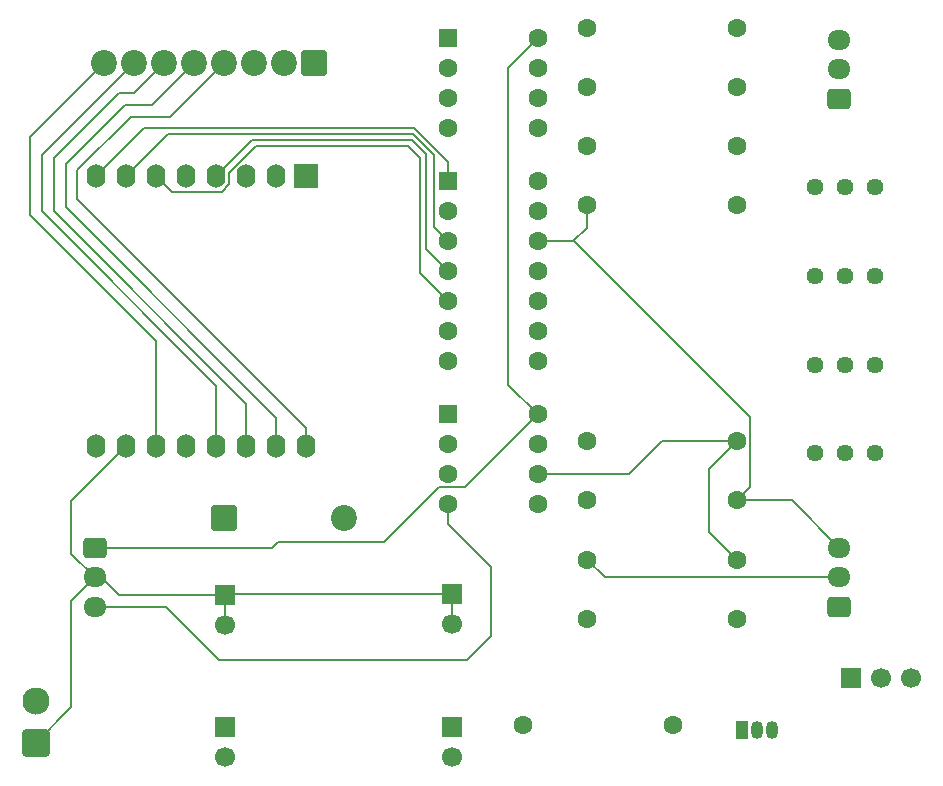
<source format=gbl>
%TF.GenerationSoftware,KiCad,Pcbnew,9.0.7*%
%TF.CreationDate,2026-01-23T14:09:22+01:00*%
%TF.ProjectId,galvoexpress,67616c76-6f65-4787-9072-6573732e6b69,rev?*%
%TF.SameCoordinates,Original*%
%TF.FileFunction,Copper,L2,Bot*%
%TF.FilePolarity,Positive*%
%FSLAX46Y46*%
G04 Gerber Fmt 4.6, Leading zero omitted, Abs format (unit mm)*
G04 Created by KiCad (PCBNEW 9.0.7) date 2026-01-23 14:09:22*
%MOMM*%
%LPD*%
G01*
G04 APERTURE LIST*
G04 Aperture macros list*
%AMRoundRect*
0 Rectangle with rounded corners*
0 $1 Rounding radius*
0 $2 $3 $4 $5 $6 $7 $8 $9 X,Y pos of 4 corners*
0 Add a 4 corners polygon primitive as box body*
4,1,4,$2,$3,$4,$5,$6,$7,$8,$9,$2,$3,0*
0 Add four circle primitives for the rounded corners*
1,1,$1+$1,$2,$3*
1,1,$1+$1,$4,$5*
1,1,$1+$1,$6,$7*
1,1,$1+$1,$8,$9*
0 Add four rect primitives between the rounded corners*
20,1,$1+$1,$2,$3,$4,$5,0*
20,1,$1+$1,$4,$5,$6,$7,0*
20,1,$1+$1,$6,$7,$8,$9,0*
20,1,$1+$1,$8,$9,$2,$3,0*%
G04 Aperture macros list end*
%TA.AperFunction,ComponentPad*%
%ADD10C,1.440000*%
%TD*%
%TA.AperFunction,ComponentPad*%
%ADD11C,1.600000*%
%TD*%
%TA.AperFunction,ComponentPad*%
%ADD12RoundRect,0.249999X-0.850001X-0.850001X0.850001X-0.850001X0.850001X0.850001X-0.850001X0.850001X0*%
%TD*%
%TA.AperFunction,ComponentPad*%
%ADD13C,2.200000*%
%TD*%
%TA.AperFunction,ComponentPad*%
%ADD14R,1.700000X1.700000*%
%TD*%
%TA.AperFunction,ComponentPad*%
%ADD15C,1.700000*%
%TD*%
%TA.AperFunction,ComponentPad*%
%ADD16RoundRect,0.250000X-0.725000X0.600000X-0.725000X-0.600000X0.725000X-0.600000X0.725000X0.600000X0*%
%TD*%
%TA.AperFunction,ComponentPad*%
%ADD17O,1.950000X1.700000*%
%TD*%
%TA.AperFunction,ComponentPad*%
%ADD18R,1.050000X1.500000*%
%TD*%
%TA.AperFunction,ComponentPad*%
%ADD19O,1.050000X1.500000*%
%TD*%
%TA.AperFunction,ComponentPad*%
%ADD20RoundRect,0.250000X0.725000X-0.600000X0.725000X0.600000X-0.725000X0.600000X-0.725000X-0.600000X0*%
%TD*%
%TA.AperFunction,ComponentPad*%
%ADD21RoundRect,0.250000X-0.550000X-0.550000X0.550000X-0.550000X0.550000X0.550000X-0.550000X0.550000X0*%
%TD*%
%TA.AperFunction,ComponentPad*%
%ADD22RoundRect,0.250001X0.899999X-0.899999X0.899999X0.899999X-0.899999X0.899999X-0.899999X-0.899999X0*%
%TD*%
%TA.AperFunction,ComponentPad*%
%ADD23C,2.300000*%
%TD*%
%TA.AperFunction,ComponentPad*%
%ADD24R,2.000000X2.000000*%
%TD*%
%TA.AperFunction,ComponentPad*%
%ADD25O,1.600000X2.000000*%
%TD*%
%TA.AperFunction,ComponentPad*%
%ADD26RoundRect,0.249999X0.850001X0.850001X-0.850001X0.850001X-0.850001X-0.850001X0.850001X-0.850001X0*%
%TD*%
%TA.AperFunction,Conductor*%
%ADD27C,0.200000*%
%TD*%
G04 APERTURE END LIST*
D10*
%TO.P,RV3,3,3*%
%TO.N,Net-(J10-Pin_1)*%
X125420000Y-85500000D03*
%TO.P,RV3,2,2*%
%TO.N,Net-(U4A--)*%
X127960000Y-85500000D03*
%TO.P,RV3,1,1*%
%TO.N,unconnected-(RV3-Pad1)*%
X130500000Y-85500000D03*
%TD*%
%TO.P,RV1,1,1*%
%TO.N,unconnected-(RV1-Pad1)*%
X130500000Y-63000000D03*
%TO.P,RV1,2,2*%
%TO.N,Net-(U3B--)*%
X127960000Y-63000000D03*
%TO.P,RV1,3,3*%
%TO.N,Net-(J9-Pin_1)*%
X125420000Y-63000000D03*
%TD*%
D11*
%TO.P,R2,1*%
%TO.N,Net-(U1-D3)*%
X100760000Y-108500000D03*
%TO.P,R2,2*%
%TO.N,Net-(Q1-B)*%
X113460000Y-108500000D03*
%TD*%
D12*
%TO.P,D1,1,K*%
%TO.N,Net-(D1-K)*%
X75420000Y-91000000D03*
D13*
%TO.P,D1,2,A*%
%TO.N,Net-(D1-A)*%
X85580000Y-91000000D03*
%TD*%
D14*
%TO.P,J2,1,Pin_1*%
%TO.N,Net-(J10-Pin_3)*%
X94700000Y-97460000D03*
D15*
%TO.P,J2,2,Pin_2*%
X94700000Y-100000000D03*
%TD*%
D11*
%TO.P,R1,1*%
%TO.N,Net-(J9-Pin_1)*%
X118850000Y-59500000D03*
%TO.P,R1,2*%
%TO.N,Net-(U3A--)*%
X106150000Y-59500000D03*
%TD*%
D14*
%TO.P,J4,1,Pin_1*%
%TO.N,Net-(J10-Pin_3)*%
X75500000Y-97500000D03*
D15*
%TO.P,J4,2,Pin_2*%
X75500000Y-100040000D03*
%TD*%
D16*
%TO.P,J5,1,Pin_1*%
%TO.N,Net-(J3-Pin_1)*%
X64500000Y-93500000D03*
D17*
%TO.P,J5,2,Pin_2*%
%TO.N,Net-(J10-Pin_3)*%
X64500000Y-96000000D03*
%TO.P,J5,3,Pin_3*%
%TO.N,Net-(J5-Pin_3)*%
X64500000Y-98500000D03*
%TD*%
D11*
%TO.P,R6,1*%
%TO.N,Net-(J10-Pin_3)*%
X118850000Y-89500000D03*
%TO.P,R6,2*%
%TO.N,Net-(U4A--)*%
X106150000Y-89500000D03*
%TD*%
D14*
%TO.P,J1,1,Pin_1*%
%TO.N,Net-(D1-A)*%
X94700000Y-108700000D03*
D15*
%TO.P,J1,2,Pin_2*%
X94700000Y-111240000D03*
%TD*%
D10*
%TO.P,RV6,1,1*%
%TO.N,Net-(U3B-+)*%
X130500000Y-70500000D03*
%TO.P,RV6,2,2*%
%TO.N,Net-(U2-VrefA)*%
X127960000Y-70500000D03*
%TO.P,RV6,3,3*%
%TO.N,unconnected-(RV6-Pad3)*%
X125420000Y-70500000D03*
%TD*%
D18*
%TO.P,Q1,1,B*%
%TO.N,Net-(Q1-B)*%
X119260000Y-108950000D03*
D19*
%TO.P,Q1,2,E*%
%TO.N,Net-(J6-Pin_3)*%
X120530000Y-108950000D03*
%TO.P,Q1,3,C*%
%TO.N,Net-(J10-Pin_3)*%
X121800000Y-108950000D03*
%TD*%
D11*
%TO.P,R8,1*%
%TO.N,Net-(J10-Pin_3)*%
X118850000Y-99500000D03*
%TO.P,R8,2*%
%TO.N,Net-(U4B-+)*%
X106150000Y-99500000D03*
%TD*%
%TO.P,R7,1*%
%TO.N,Net-(J10-Pin_1)*%
X106150000Y-84500000D03*
%TO.P,R7,2*%
%TO.N,Net-(U4B--)*%
X118850000Y-84500000D03*
%TD*%
%TO.P,R9,1*%
%TO.N,Net-(U4B--)*%
X118850000Y-94500000D03*
%TO.P,R9,2*%
%TO.N,Net-(J10-Pin_2)*%
X106150000Y-94500000D03*
%TD*%
D20*
%TO.P,J10,1,Pin_1*%
%TO.N,Net-(J10-Pin_1)*%
X127500000Y-98500000D03*
D17*
%TO.P,J10,2,Pin_2*%
%TO.N,Net-(J10-Pin_2)*%
X127500000Y-96000000D03*
%TO.P,J10,3,Pin_3*%
%TO.N,Net-(J10-Pin_3)*%
X127500000Y-93500000D03*
%TD*%
D11*
%TO.P,R4,1*%
%TO.N,Net-(J10-Pin_3)*%
X106150000Y-64500000D03*
%TO.P,R4,2*%
%TO.N,Net-(U3B--)*%
X118850000Y-64500000D03*
%TD*%
D21*
%TO.P,U2,1,Vdd*%
%TO.N,Net-(U1-3V3)*%
X94380000Y-62460000D03*
D11*
%TO.P,U2,2,NC*%
%TO.N,unconnected-(U2-NC-Pad2)*%
X94380000Y-65000000D03*
%TO.P,U2,3,~{CS}*%
%TO.N,Net-(U1-CS{slash}D8)*%
X94380000Y-67540000D03*
%TO.P,U2,4,SCK*%
%TO.N,Net-(U1-SCK{slash}D5)*%
X94380000Y-70080000D03*
%TO.P,U2,5,SDI*%
%TO.N,Net-(U1-MOSI{slash}D7)*%
X94380000Y-72620000D03*
%TO.P,U2,6,NC*%
%TO.N,unconnected-(U2-NC-Pad6)*%
X94380000Y-75160000D03*
%TO.P,U2,7,NC*%
%TO.N,unconnected-(U2-NC-Pad7)*%
X94380000Y-77700000D03*
%TO.P,U2,8,~{LDAC}*%
%TO.N,Net-(U1-CS{slash}D8)*%
X102000000Y-77700000D03*
%TO.P,U2,9,~{SHDN}*%
%TO.N,Net-(U1-3V3)*%
X102000000Y-75160000D03*
%TO.P,U2,10,VB*%
%TO.N,unconnected-(U2-VB-Pad10)*%
X102000000Y-72620000D03*
%TO.P,U2,11,VrefB*%
%TO.N,unconnected-(U2-VrefB-Pad11)*%
X102000000Y-70080000D03*
%TO.P,U2,12,Vss*%
%TO.N,Net-(J10-Pin_3)*%
X102000000Y-67540000D03*
%TO.P,U2,13,VrefA*%
%TO.N,Net-(U2-VrefA)*%
X102000000Y-65000000D03*
%TO.P,U2,14,VA*%
%TO.N,Net-(U2-VA)*%
X102000000Y-62460000D03*
%TD*%
D10*
%TO.P,RV2,1,1*%
%TO.N,Net-(U4A-+)*%
X130500000Y-78000000D03*
%TO.P,RV2,2,2*%
%TO.N,Net-(U2-VA)*%
X127960000Y-78000000D03*
%TO.P,RV2,3,3*%
%TO.N,unconnected-(RV2-Pad3)*%
X125420000Y-78000000D03*
%TD*%
D22*
%TO.P,J7,1,Pin_1*%
%TO.N,Net-(J10-Pin_3)*%
X59500000Y-110000000D03*
D23*
%TO.P,J7,2,Pin_2*%
%TO.N,Net-(D1-K)*%
X59500000Y-106500000D03*
%TD*%
D11*
%TO.P,R3,1*%
%TO.N,Net-(J9-Pin_2)*%
X118850000Y-54500000D03*
%TO.P,R3,2*%
%TO.N,Net-(U3A--)*%
X106150000Y-54500000D03*
%TD*%
%TO.P,R5,1*%
%TO.N,Net-(J10-Pin_3)*%
X118850000Y-49500000D03*
%TO.P,R5,2*%
%TO.N,Net-(U3A-+)*%
X106150000Y-49500000D03*
%TD*%
D20*
%TO.P,J9,1,Pin_1*%
%TO.N,Net-(J9-Pin_1)*%
X127500000Y-55500000D03*
D17*
%TO.P,J9,2,Pin_2*%
%TO.N,Net-(J9-Pin_2)*%
X127500000Y-53000000D03*
%TO.P,J9,3,Pin_3*%
%TO.N,Net-(J10-Pin_3)*%
X127500000Y-50500000D03*
%TD*%
D21*
%TO.P,U3,1*%
%TO.N,Net-(J9-Pin_2)*%
X94380000Y-50380000D03*
D11*
%TO.P,U3,2,-*%
%TO.N,Net-(U3A--)*%
X94380000Y-52920000D03*
%TO.P,U3,3,+*%
%TO.N,Net-(U3A-+)*%
X94380000Y-55460000D03*
%TO.P,U3,4,V-*%
%TO.N,Net-(J5-Pin_3)*%
X94380000Y-58000000D03*
%TO.P,U3,5,+*%
%TO.N,Net-(U3B-+)*%
X102000000Y-58000000D03*
%TO.P,U3,6,-*%
%TO.N,Net-(U3B--)*%
X102000000Y-55460000D03*
%TO.P,U3,7*%
%TO.N,Net-(J9-Pin_1)*%
X102000000Y-52920000D03*
%TO.P,U3,8,V+*%
%TO.N,Net-(J3-Pin_1)*%
X102000000Y-50380000D03*
%TD*%
D24*
%TO.P,U1,1,~{RST}*%
%TO.N,unconnected-(U1-~{RST}-Pad1)*%
X82390000Y-62055000D03*
D25*
%TO.P,U1,2,A0*%
%TO.N,Net-(J8-Pin_1)*%
X79850000Y-62055000D03*
%TO.P,U1,3,D0*%
%TO.N,Net-(J8-Pin_2)*%
X77310000Y-62055000D03*
%TO.P,U1,4,SCK/D5*%
%TO.N,Net-(U1-SCK{slash}D5)*%
X74770000Y-62055000D03*
%TO.P,U1,5,MISO/D6*%
%TO.N,Net-(J8-Pin_3)*%
X72230000Y-62055000D03*
%TO.P,U1,6,MOSI/D7*%
%TO.N,Net-(U1-MOSI{slash}D7)*%
X69690000Y-62055000D03*
%TO.P,U1,7,CS/D8*%
%TO.N,Net-(U1-CS{slash}D8)*%
X67150000Y-62055000D03*
%TO.P,U1,8,3V3*%
%TO.N,Net-(U1-3V3)*%
X64610000Y-62055000D03*
%TO.P,U1,9,5V*%
%TO.N,Net-(D1-K)*%
X64610000Y-84915000D03*
%TO.P,U1,10,GND*%
%TO.N,Net-(J10-Pin_3)*%
X67150000Y-84915000D03*
%TO.P,U1,11,D4*%
%TO.N,Net-(J8-Pin_8)*%
X69690000Y-84915000D03*
%TO.P,U1,12,D3*%
%TO.N,Net-(U1-D3)*%
X72230000Y-84915000D03*
%TO.P,U1,13,SDA/D2*%
%TO.N,Net-(J8-Pin_7)*%
X74770000Y-84915000D03*
%TO.P,U1,14,SCL/D1*%
%TO.N,Net-(J8-Pin_6)*%
X77310000Y-84915000D03*
%TO.P,U1,15,RX*%
%TO.N,Net-(J8-Pin_5)*%
X79850000Y-84915000D03*
%TO.P,U1,16,TX*%
%TO.N,Net-(J8-Pin_4)*%
X82390000Y-84915000D03*
%TD*%
D14*
%TO.P,J3,1,Pin_1*%
%TO.N,Net-(J3-Pin_1)*%
X75500000Y-108700000D03*
D15*
%TO.P,J3,2,Pin_2*%
X75500000Y-111240000D03*
%TD*%
D14*
%TO.P,J6,1,Pin_1*%
%TO.N,Net-(D1-K)*%
X128460000Y-104500000D03*
D15*
%TO.P,J6,2,Pin_2*%
%TO.N,unconnected-(J6-Pin_2-Pad2)*%
X131000000Y-104500000D03*
%TO.P,J6,3,Pin_3*%
%TO.N,Net-(J6-Pin_3)*%
X133540000Y-104500000D03*
%TD*%
D26*
%TO.P,J8,1,Pin_1*%
%TO.N,Net-(J8-Pin_1)*%
X83000000Y-52500000D03*
D13*
%TO.P,J8,2,Pin_2*%
%TO.N,Net-(J8-Pin_2)*%
X80460000Y-52500000D03*
%TO.P,J8,3,Pin_3*%
%TO.N,Net-(J8-Pin_3)*%
X77920000Y-52500000D03*
%TO.P,J8,4,Pin_4*%
%TO.N,Net-(J8-Pin_4)*%
X75380000Y-52500000D03*
%TO.P,J8,5,Pin_5*%
%TO.N,Net-(J8-Pin_5)*%
X72840000Y-52500000D03*
%TO.P,J8,6,Pin_6*%
%TO.N,Net-(J8-Pin_6)*%
X70300000Y-52500000D03*
%TO.P,J8,7,Pin_7*%
%TO.N,Net-(J8-Pin_7)*%
X67760000Y-52500000D03*
%TO.P,J8,8,Pin_8*%
%TO.N,Net-(J8-Pin_8)*%
X65220000Y-52500000D03*
%TD*%
D21*
%TO.P,U4,1*%
%TO.N,Net-(J10-Pin_1)*%
X94380000Y-82190000D03*
D11*
%TO.P,U4,2,-*%
%TO.N,Net-(U4A--)*%
X94380000Y-84730000D03*
%TO.P,U4,3,+*%
%TO.N,Net-(U4A-+)*%
X94380000Y-87270000D03*
%TO.P,U4,4,V-*%
%TO.N,Net-(J5-Pin_3)*%
X94380000Y-89810000D03*
%TO.P,U4,5,+*%
%TO.N,Net-(U4B-+)*%
X102000000Y-89810000D03*
%TO.P,U4,6,-*%
%TO.N,Net-(U4B--)*%
X102000000Y-87270000D03*
%TO.P,U4,7*%
%TO.N,Net-(J10-Pin_2)*%
X102000000Y-84730000D03*
%TO.P,U4,8,V+*%
%TO.N,Net-(J3-Pin_1)*%
X102000000Y-82190000D03*
%TD*%
D27*
%TO.N,Net-(J10-Pin_3)*%
X94700000Y-100000000D02*
X94700000Y-97460000D01*
X75500000Y-100040000D02*
X75500000Y-97500000D01*
X75540000Y-97460000D02*
X75500000Y-97500000D01*
X94700000Y-97460000D02*
X75540000Y-97460000D01*
%TO.N,Net-(J5-Pin_3)*%
X94380000Y-91500000D02*
X94380000Y-89810000D01*
X98000000Y-95120000D02*
X94380000Y-91500000D01*
X98000000Y-101000000D02*
X98000000Y-95120000D01*
X96000000Y-103000000D02*
X98000000Y-101000000D01*
X84000000Y-103000000D02*
X96000000Y-103000000D01*
X83880000Y-103000000D02*
X83940000Y-102940000D01*
X75000000Y-103000000D02*
X83880000Y-103000000D01*
X70500000Y-98500000D02*
X75000000Y-103000000D01*
X64500000Y-98500000D02*
X70500000Y-98500000D01*
X83940000Y-102940000D02*
X84000000Y-103000000D01*
%TO.N,Net-(J10-Pin_3)*%
X66500000Y-97500000D02*
X75500000Y-97500000D01*
X65000000Y-96000000D02*
X66500000Y-97500000D01*
X64500000Y-96000000D02*
X65000000Y-96000000D01*
%TO.N,Net-(J3-Pin_1)*%
X95819000Y-88371000D02*
X102000000Y-82190000D01*
X93629000Y-88371000D02*
X95819000Y-88371000D01*
X89000000Y-93000000D02*
X93629000Y-88371000D01*
X79460000Y-93500000D02*
X79960000Y-93000000D01*
X64500000Y-93500000D02*
X79460000Y-93500000D01*
X79960000Y-93000000D02*
X89000000Y-93000000D01*
%TO.N,Net-(J8-Pin_4)*%
X63000000Y-64000000D02*
X82390000Y-83390000D01*
X63000000Y-61500000D02*
X63000000Y-64000000D01*
X70880000Y-57000000D02*
X67500000Y-57000000D01*
X67500000Y-57000000D02*
X63000000Y-61500000D01*
X75380000Y-52500000D02*
X70880000Y-57000000D01*
X82390000Y-83390000D02*
X82390000Y-84915000D01*
%TO.N,Net-(J8-Pin_5)*%
X69340000Y-56000000D02*
X72840000Y-52500000D01*
X67000000Y-56000000D02*
X69340000Y-56000000D01*
X62000000Y-64650000D02*
X62000000Y-61000000D01*
X79850000Y-82500000D02*
X62000000Y-64650000D01*
X62000000Y-61000000D02*
X67000000Y-56000000D01*
X79850000Y-84915000D02*
X79850000Y-82500000D01*
%TO.N,Net-(J8-Pin_6)*%
X67800000Y-55000000D02*
X70300000Y-52500000D01*
X66500000Y-55000000D02*
X67800000Y-55000000D01*
X77310000Y-81310000D02*
X61000000Y-65000000D01*
X61000000Y-60500000D02*
X66500000Y-55000000D01*
X77310000Y-84915000D02*
X77310000Y-81310000D01*
X61000000Y-65000000D02*
X61000000Y-60500000D01*
%TO.N,Net-(J8-Pin_7)*%
X60000000Y-60260000D02*
X67760000Y-52500000D01*
X60000000Y-65000000D02*
X60000000Y-60260000D01*
X74770000Y-79770000D02*
X60000000Y-65000000D01*
X74770000Y-84915000D02*
X74770000Y-79770000D01*
%TO.N,Net-(J8-Pin_8)*%
X69690000Y-76000000D02*
X69690000Y-84915000D01*
X59000000Y-65310000D02*
X69690000Y-76000000D01*
X59000000Y-58720000D02*
X59000000Y-65310000D01*
X65220000Y-52500000D02*
X59000000Y-58720000D01*
%TO.N,Net-(U1-3V3)*%
X64610000Y-62055000D02*
X68665000Y-58000000D01*
%TO.N,Net-(U1-MOSI{slash}D7)*%
X70991000Y-63356000D02*
X69690000Y-62055000D01*
X75226049Y-63356000D02*
X70991000Y-63356000D01*
X75871000Y-62711049D02*
X75226049Y-63356000D01*
X78107951Y-59500000D02*
X75871000Y-61736951D01*
X75871000Y-61736951D02*
X75871000Y-62711049D01*
X92000000Y-70240000D02*
X92000000Y-60500000D01*
X91000000Y-59500000D02*
X78107951Y-59500000D01*
X94380000Y-72620000D02*
X92000000Y-70240000D01*
X92000000Y-60500000D02*
X91000000Y-59500000D01*
%TO.N,Net-(U1-SCK{slash}D5)*%
X92500000Y-68200000D02*
X94380000Y-70080000D01*
X91365800Y-59000000D02*
X92500000Y-60134200D01*
X77825000Y-59000000D02*
X91365800Y-59000000D01*
X92500000Y-60134200D02*
X92500000Y-68200000D01*
X74770000Y-62055000D02*
X77825000Y-59000000D01*
%TO.N,Net-(U1-CS{slash}D8)*%
X93170000Y-66330000D02*
X94380000Y-67540000D01*
X93170000Y-60237100D02*
X93170000Y-66330000D01*
X70705000Y-58500000D02*
X91432900Y-58500000D01*
X67150000Y-62055000D02*
X70705000Y-58500000D01*
X91432900Y-58500000D02*
X93170000Y-60237100D01*
%TO.N,Net-(U1-3V3)*%
X91500000Y-58000000D02*
X94380000Y-60880000D01*
X68665000Y-58000000D02*
X91500000Y-58000000D01*
X94380000Y-60880000D02*
X94380000Y-62460000D01*
%TO.N,Net-(J3-Pin_1)*%
X99500000Y-79690000D02*
X102000000Y-82190000D01*
X99500000Y-52880000D02*
X99500000Y-79690000D01*
X102000000Y-50380000D02*
X99500000Y-52880000D01*
%TO.N,Net-(J10-Pin_3)*%
X106150000Y-66390000D02*
X106150000Y-64500000D01*
X105000000Y-67540000D02*
X102000000Y-67540000D01*
X105000000Y-67540000D02*
X106150000Y-66390000D01*
X105040000Y-67540000D02*
X105000000Y-67540000D01*
X119951000Y-82451000D02*
X105040000Y-67540000D01*
X119951000Y-88399000D02*
X119951000Y-82451000D01*
X118850000Y-89500000D02*
X119951000Y-88399000D01*
X118850000Y-89500000D02*
X123500000Y-89500000D01*
X123500000Y-89500000D02*
X127500000Y-93500000D01*
%TO.N,Net-(U4B--)*%
X116500000Y-86850000D02*
X118850000Y-84500000D01*
X116500000Y-92150000D02*
X116500000Y-86850000D01*
X118850000Y-94500000D02*
X116500000Y-92150000D01*
X112500000Y-84500000D02*
X118850000Y-84500000D01*
X109730000Y-87270000D02*
X112500000Y-84500000D01*
X102000000Y-87270000D02*
X109730000Y-87270000D01*
%TO.N,Net-(J10-Pin_2)*%
X107650000Y-96000000D02*
X127500000Y-96000000D01*
X106150000Y-94500000D02*
X107650000Y-96000000D01*
%TO.N,Net-(J10-Pin_3)*%
X62500000Y-94000000D02*
X64500000Y-96000000D01*
X62500000Y-89565000D02*
X62500000Y-94000000D01*
X62500000Y-98000000D02*
X64500000Y-96000000D01*
X62500000Y-107000000D02*
X62500000Y-98000000D01*
X59500000Y-110000000D02*
X62500000Y-107000000D01*
X62500000Y-89565000D02*
X67150000Y-84915000D01*
%TD*%
M02*

</source>
